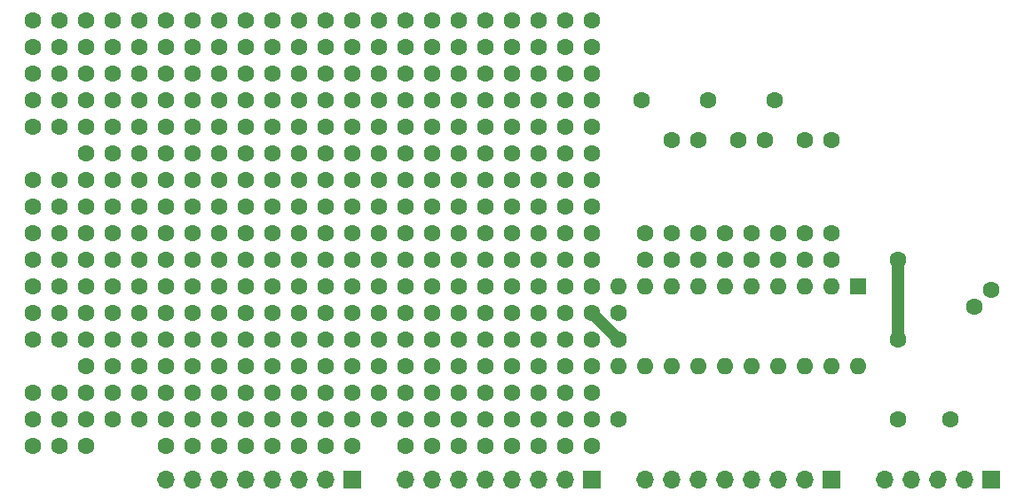
<source format=gbr>
G04 #@! TF.GenerationSoftware,KiCad,Pcbnew,(5.1.8)-1*
G04 #@! TF.CreationDate,2022-02-21T20:22:27+03:00*
G04 #@! TF.ProjectId,template-b,74656d70-6c61-4746-952d-622e6b696361,rev?*
G04 #@! TF.SameCoordinates,Original*
G04 #@! TF.FileFunction,Copper,L1,Top*
G04 #@! TF.FilePolarity,Positive*
%FSLAX46Y46*%
G04 Gerber Fmt 4.6, Leading zero omitted, Abs format (unit mm)*
G04 Created by KiCad (PCBNEW (5.1.8)-1) date 2022-02-21 20:22:27*
%MOMM*%
%LPD*%
G01*
G04 APERTURE LIST*
G04 #@! TA.AperFunction,ComponentPad*
%ADD10O,1.700000X1.700000*%
G04 #@! TD*
G04 #@! TA.AperFunction,ComponentPad*
%ADD11R,1.700000X1.700000*%
G04 #@! TD*
G04 #@! TA.AperFunction,ComponentPad*
%ADD12C,1.600000*%
G04 #@! TD*
G04 #@! TA.AperFunction,ComponentPad*
%ADD13R,1.600000X1.600000*%
G04 #@! TD*
G04 #@! TA.AperFunction,ComponentPad*
%ADD14O,1.600000X1.600000*%
G04 #@! TD*
G04 #@! TA.AperFunction,ViaPad*
%ADD15C,1.600000*%
G04 #@! TD*
G04 #@! TA.AperFunction,Conductor*
%ADD16C,1.200000*%
G04 #@! TD*
G04 APERTURE END LIST*
D10*
X83820000Y-64135000D03*
X86360000Y-64135000D03*
X88900000Y-64135000D03*
X91440000Y-64135000D03*
X93980000Y-64135000D03*
X96520000Y-64135000D03*
X99060000Y-64135000D03*
D11*
X101600000Y-64135000D03*
D10*
X60960000Y-64135000D03*
X63500000Y-64135000D03*
X66040000Y-64135000D03*
X68580000Y-64135000D03*
X71120000Y-64135000D03*
X73660000Y-64135000D03*
X76200000Y-64135000D03*
D11*
X78740000Y-64135000D03*
D10*
X38100000Y-64135000D03*
X40640000Y-64135000D03*
X43180000Y-64135000D03*
X45720000Y-64135000D03*
X48260000Y-64135000D03*
X50800000Y-64135000D03*
X53340000Y-64135000D03*
D11*
X55880000Y-64135000D03*
D12*
X107950000Y-58420000D03*
X112950000Y-58420000D03*
D13*
X104140000Y-45720000D03*
D14*
X81280000Y-53340000D03*
X101600000Y-45720000D03*
X83820000Y-53340000D03*
X99060000Y-45720000D03*
X86360000Y-53340000D03*
X96520000Y-45720000D03*
X88900000Y-53340000D03*
X93980000Y-45720000D03*
X91440000Y-53340000D03*
X91440000Y-45720000D03*
X93980000Y-53340000D03*
X88900000Y-45720000D03*
X96520000Y-53340000D03*
X86360000Y-45720000D03*
X99060000Y-53340000D03*
X83820000Y-45720000D03*
X101600000Y-53340000D03*
X81280000Y-45720000D03*
X104140000Y-53340000D03*
D11*
X116840000Y-64135000D03*
D10*
X114300000Y-64135000D03*
X111760000Y-64135000D03*
X109220000Y-64135000D03*
X106680000Y-64135000D03*
D15*
X76200000Y-53340000D03*
X76200000Y-55880000D03*
X76200000Y-58420000D03*
X73660000Y-55880000D03*
X73660000Y-58420000D03*
X73660000Y-53340000D03*
X71120000Y-55880000D03*
X71120000Y-58420000D03*
X71120000Y-53340000D03*
X68580000Y-55880000D03*
X68580000Y-58420000D03*
X68580000Y-53340000D03*
X66040000Y-55880000D03*
X66040000Y-58420000D03*
X66040000Y-53340000D03*
X63500000Y-55880000D03*
X63500000Y-58420000D03*
X63500000Y-53340000D03*
X60960000Y-55880000D03*
X60960000Y-58420000D03*
X60960000Y-53340000D03*
X58420000Y-55880000D03*
X58420000Y-58420000D03*
X58420000Y-53340000D03*
X55880000Y-55880000D03*
X55880000Y-58420000D03*
X55880000Y-53340000D03*
X53340000Y-55880000D03*
X53340000Y-58420000D03*
X53340000Y-53340000D03*
X50800000Y-55880000D03*
X50800000Y-58420000D03*
X50800000Y-53340000D03*
X48260000Y-55880000D03*
X48260000Y-58420000D03*
X48260000Y-53340000D03*
X45720000Y-55880000D03*
X45720000Y-58420000D03*
X45720000Y-53340000D03*
X43180000Y-55880000D03*
X43180000Y-58420000D03*
X43180000Y-53340000D03*
X40640000Y-55880000D03*
X40640000Y-58420000D03*
X40640000Y-53340000D03*
X38100000Y-55880000D03*
X38100000Y-58420000D03*
X38100000Y-53340000D03*
X35560000Y-55880000D03*
X35560000Y-58420000D03*
X35560000Y-53340000D03*
X33020000Y-55880000D03*
X33020000Y-58420000D03*
X33020000Y-53340000D03*
X78740000Y-58420000D03*
X78740000Y-55880000D03*
X78740000Y-53340000D03*
X76200000Y-43180000D03*
X76200000Y-45720000D03*
X76200000Y-40640000D03*
X78740000Y-43180000D03*
X78740000Y-40640000D03*
X78740000Y-45720000D03*
X50800000Y-45720000D03*
X45720000Y-45720000D03*
X53340000Y-43180000D03*
X40640000Y-45720000D03*
X50800000Y-40640000D03*
X45720000Y-40640000D03*
X48260000Y-43180000D03*
X35560000Y-45720000D03*
X40640000Y-40640000D03*
X43180000Y-43180000D03*
X35560000Y-40640000D03*
X38100000Y-43180000D03*
X38100000Y-45720000D03*
X35560000Y-43180000D03*
X33020000Y-43180000D03*
X33020000Y-40640000D03*
X40640000Y-43180000D03*
X38100000Y-40640000D03*
X43180000Y-45720000D03*
X45720000Y-43180000D03*
X43180000Y-40640000D03*
X48260000Y-45720000D03*
X50800000Y-43180000D03*
X48260000Y-40640000D03*
X53340000Y-40640000D03*
X53340000Y-45720000D03*
X33020000Y-45720000D03*
X73660000Y-45720000D03*
X73660000Y-43180000D03*
X73660000Y-40640000D03*
X71120000Y-45720000D03*
X71120000Y-43180000D03*
X71120000Y-40640000D03*
X68580000Y-45720000D03*
X68580000Y-43180000D03*
X68580000Y-40640000D03*
X66040000Y-45720000D03*
X66040000Y-43180000D03*
X66040000Y-40640000D03*
X63500000Y-45720000D03*
X63500000Y-43180000D03*
X63500000Y-40640000D03*
X60960000Y-45720000D03*
X60960000Y-43180000D03*
X60960000Y-40640000D03*
X58420000Y-45720000D03*
X58420000Y-43180000D03*
X58420000Y-40640000D03*
X55880000Y-45720000D03*
X55880000Y-43180000D03*
X55880000Y-40640000D03*
X27940000Y-43180000D03*
X27940000Y-40640000D03*
X27940000Y-45720000D03*
X27940000Y-58420000D03*
X25400000Y-40640000D03*
X25400000Y-43180000D03*
X25400000Y-45720000D03*
X25400000Y-58420000D03*
X25400000Y-60960000D03*
X27940000Y-60960000D03*
X30480000Y-40640000D03*
X30480000Y-43180000D03*
X30480000Y-45720000D03*
X30480000Y-58420000D03*
X30480000Y-60960000D03*
X30480000Y-53340000D03*
X30480000Y-55880000D03*
X58420000Y-38100000D03*
X58420000Y-35560000D03*
X58420000Y-33020000D03*
X60960000Y-33020000D03*
X60960000Y-38100000D03*
X60960000Y-35560000D03*
X63500000Y-33020000D03*
X63500000Y-38100000D03*
X63500000Y-35560000D03*
X66040000Y-33020000D03*
X66040000Y-38100000D03*
X66040000Y-35560000D03*
X68580000Y-33020000D03*
X68580000Y-38100000D03*
X68580000Y-35560000D03*
X71120000Y-33020000D03*
X71120000Y-38100000D03*
X71120000Y-35560000D03*
X73660000Y-33020000D03*
X73660000Y-38100000D03*
X73660000Y-35560000D03*
X76200000Y-33020000D03*
X76200000Y-38100000D03*
X76200000Y-35560000D03*
X78740000Y-33020000D03*
X78740000Y-38100000D03*
X78740000Y-35560000D03*
X55880000Y-33020000D03*
X55880000Y-38100000D03*
X55880000Y-35560000D03*
X53340000Y-33020000D03*
X53340000Y-38100000D03*
X53340000Y-35560000D03*
X50800000Y-33020000D03*
X50800000Y-38100000D03*
X50800000Y-35560000D03*
X48260000Y-33020000D03*
X48260000Y-38100000D03*
X48260000Y-35560000D03*
X45720000Y-33020000D03*
X45720000Y-38100000D03*
X45720000Y-35560000D03*
X43180000Y-33020000D03*
X43180000Y-38100000D03*
X43180000Y-35560000D03*
X40640000Y-33020000D03*
X40640000Y-38100000D03*
X40640000Y-35560000D03*
X38100000Y-33020000D03*
X38100000Y-38100000D03*
X38100000Y-35560000D03*
X35560000Y-33020000D03*
X35560000Y-38100000D03*
X35560000Y-35560000D03*
X33020000Y-33020000D03*
X33020000Y-38100000D03*
X33020000Y-35560000D03*
X30480000Y-33020000D03*
X30480000Y-38100000D03*
X30480000Y-35560000D03*
X55880000Y-25400000D03*
X60960000Y-25400000D03*
X78740000Y-20320000D03*
X78740000Y-25400000D03*
X78740000Y-22860000D03*
X76200000Y-22860000D03*
X76200000Y-20320000D03*
X76200000Y-25400000D03*
X73660000Y-22860000D03*
X73660000Y-20320000D03*
X73660000Y-25400000D03*
X71120000Y-25400000D03*
X71120000Y-20320000D03*
X71120000Y-22860000D03*
X68580000Y-22860000D03*
X68580000Y-20320000D03*
X68580000Y-25400000D03*
X66040000Y-22860000D03*
X66040000Y-20320000D03*
X66040000Y-25400000D03*
X63500000Y-22860000D03*
X63500000Y-20320000D03*
X58420000Y-20320000D03*
X50800000Y-22860000D03*
X58420000Y-25400000D03*
X58420000Y-22860000D03*
X63500000Y-25400000D03*
X60960000Y-22860000D03*
X53340000Y-22860000D03*
X53340000Y-25400000D03*
X55880000Y-22860000D03*
X60960000Y-20320000D03*
X55880000Y-20320000D03*
X53340000Y-20320000D03*
X48260000Y-25400000D03*
X48260000Y-22860000D03*
X50800000Y-20320000D03*
X50800000Y-25400000D03*
X45720000Y-25400000D03*
X48260000Y-20320000D03*
X45720000Y-22860000D03*
X43180000Y-22860000D03*
X45720000Y-20320000D03*
X40640000Y-25400000D03*
X43180000Y-20320000D03*
X43180000Y-25400000D03*
X38100000Y-22860000D03*
X40640000Y-20320000D03*
X40640000Y-22860000D03*
X38100000Y-20320000D03*
X38100000Y-25400000D03*
X35560000Y-20320000D03*
X30480000Y-25400000D03*
X30480000Y-22860000D03*
X33020000Y-22860000D03*
X30480000Y-20320000D03*
X35560000Y-22860000D03*
X35560000Y-25400000D03*
X33020000Y-20320000D03*
X33020000Y-25400000D03*
X25400000Y-38100000D03*
X27940000Y-38100000D03*
X27940000Y-25400000D03*
X25400000Y-25400000D03*
X25400000Y-22860000D03*
X27940000Y-22860000D03*
X27940000Y-20320000D03*
X25400000Y-20320000D03*
X38100000Y-60960000D03*
X40640000Y-60960000D03*
X43180000Y-60960000D03*
X45720000Y-60960000D03*
X48260000Y-60960000D03*
X50800000Y-60960000D03*
X53340000Y-60960000D03*
X55880000Y-60960000D03*
X60960000Y-60960000D03*
X63500000Y-60960000D03*
X66040000Y-60960000D03*
X68580000Y-60960000D03*
X71120000Y-60960000D03*
X73660000Y-60960000D03*
X76200000Y-60960000D03*
X78740000Y-60960000D03*
X116840000Y-46037500D03*
X25400000Y-48260000D03*
X33020000Y-48260000D03*
X81280000Y-50800000D03*
X76200000Y-48260000D03*
X73660000Y-48260000D03*
X71120000Y-48260000D03*
X68580000Y-48260000D03*
X66040000Y-48260000D03*
X63500000Y-48260000D03*
X60960000Y-48260000D03*
X58420000Y-48260000D03*
X55880000Y-48260000D03*
X53340000Y-48260000D03*
X50800000Y-48260000D03*
X48260000Y-48260000D03*
X45720000Y-48260000D03*
X43180000Y-48260000D03*
X40640000Y-48260000D03*
X38100000Y-48260000D03*
X35560000Y-48260000D03*
X27940000Y-48260000D03*
X107950000Y-43180000D03*
X107950000Y-50800000D03*
X30480000Y-48260000D03*
X78740000Y-48260000D03*
X25400000Y-27940000D03*
X27940000Y-27940000D03*
X30480000Y-27940000D03*
X33020000Y-27940000D03*
X35560000Y-27940000D03*
X38100000Y-27940000D03*
X40640000Y-27940000D03*
X43180000Y-27940000D03*
X45720000Y-27940000D03*
X48260000Y-27940000D03*
X50800000Y-27940000D03*
X53340000Y-27940000D03*
X55880000Y-27940000D03*
X58420000Y-27940000D03*
X60960000Y-27940000D03*
X63500000Y-27940000D03*
X66040000Y-27940000D03*
X68580000Y-27940000D03*
X71120000Y-27940000D03*
X73660000Y-27940000D03*
X76200000Y-27940000D03*
X78740000Y-27940000D03*
X25400000Y-50800000D03*
X33020000Y-50800000D03*
X35560000Y-50800000D03*
X38100000Y-50800000D03*
X40640000Y-50800000D03*
X43180000Y-50800000D03*
X45720000Y-50800000D03*
X48260000Y-50800000D03*
X50800000Y-50800000D03*
X53340000Y-50800000D03*
X55880000Y-50800000D03*
X58420000Y-50800000D03*
X60960000Y-50800000D03*
X63500000Y-50800000D03*
X66040000Y-50800000D03*
X68580000Y-50800000D03*
X71120000Y-50800000D03*
X73660000Y-50800000D03*
X76200000Y-50800000D03*
X81280000Y-48260000D03*
X27940000Y-50800000D03*
X30480000Y-50800000D03*
X78740000Y-50800000D03*
X78740000Y-30480000D03*
X76200000Y-30480000D03*
X73660000Y-30480000D03*
X71120000Y-30480000D03*
X68580000Y-30480000D03*
X66040000Y-30480000D03*
X63500000Y-30480000D03*
X60960000Y-30480000D03*
X58420000Y-30480000D03*
X55880000Y-30480000D03*
X53340000Y-30480000D03*
X50800000Y-30480000D03*
X48260000Y-30480000D03*
X45720000Y-30480000D03*
X43180000Y-30480000D03*
X40640000Y-30480000D03*
X38100000Y-30480000D03*
X35560000Y-30480000D03*
X33020000Y-30480000D03*
X30480000Y-30480000D03*
X27940000Y-30480000D03*
X25400000Y-30480000D03*
X101600000Y-43180000D03*
X101600000Y-40640000D03*
X99060000Y-43180000D03*
X99060000Y-40640000D03*
X96520000Y-43180000D03*
X96520000Y-40640000D03*
X93980000Y-43180000D03*
X93980000Y-40640000D03*
X91440000Y-43180000D03*
X91440000Y-40640000D03*
X88900000Y-43180000D03*
X88900000Y-40640000D03*
X86360000Y-43180000D03*
X86360000Y-40640000D03*
X83820000Y-43180000D03*
X83820000Y-40640000D03*
X81280000Y-58420000D03*
X115252500Y-47625000D03*
X25400000Y-55880000D03*
X27940000Y-55880000D03*
X86360000Y-31750000D03*
X88900000Y-31750000D03*
X83502500Y-27940000D03*
X92710000Y-31750000D03*
X95250000Y-31750000D03*
X89852500Y-27940000D03*
X99060000Y-31750000D03*
X101600000Y-31750000D03*
X96202500Y-27940000D03*
X27940000Y-35560000D03*
X25400000Y-35560000D03*
D16*
X78740000Y-48260000D02*
X81280000Y-50800000D01*
X107950000Y-43180000D02*
X107950000Y-50800000D01*
M02*

</source>
